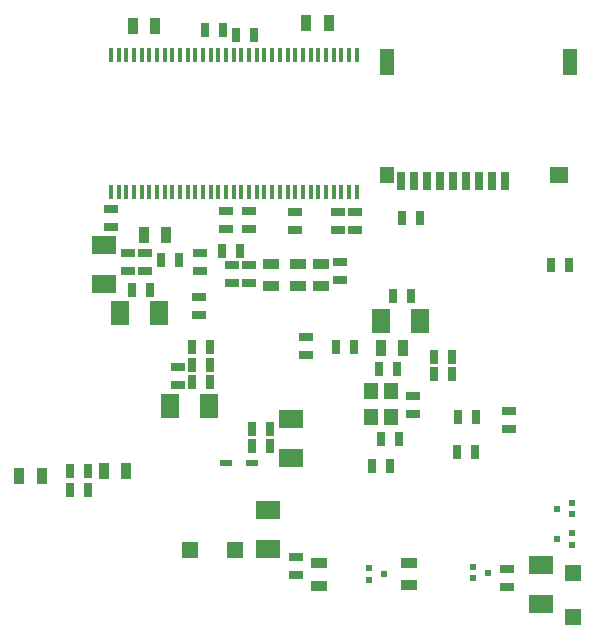
<source format=gbp>
G04 (created by PCBNEW-RS274X (2011-05-31)-stable) date Mon 29 Aug 2011 10:11:36 AM COT*
G01*
G70*
G90*
%MOIN*%
G04 Gerber Fmt 3.4, Leading zero omitted, Abs format*
%FSLAX34Y34*%
G04 APERTURE LIST*
%ADD10C,0.006000*%
%ADD11R,0.055100X0.055100*%
%ADD12R,0.039300X0.023600*%
%ADD13R,0.026000X0.062000*%
%ADD14R,0.062000X0.054000*%
%ADD15R,0.046000X0.086000*%
%ADD16R,0.046000X0.054000*%
%ADD17R,0.055000X0.035000*%
%ADD18R,0.025000X0.045000*%
%ADD19R,0.045000X0.025000*%
%ADD20R,0.060000X0.080000*%
%ADD21R,0.080000X0.060000*%
%ADD22R,0.035000X0.055000*%
%ADD23R,0.023600X0.019600*%
%ADD24R,0.012600X0.046000*%
%ADD25R,0.047200X0.055100*%
G04 APERTURE END LIST*
G54D10*
G54D11*
X51870Y-51720D03*
X53366Y-51720D03*
X64626Y-52488D03*
X64626Y-53984D03*
G54D12*
X53059Y-48839D03*
X53925Y-48839D03*
G54D13*
X62356Y-39449D03*
X61926Y-39449D03*
X61496Y-39449D03*
X61056Y-39449D03*
X60626Y-39449D03*
X60196Y-39449D03*
X59756Y-39449D03*
X59326Y-39449D03*
X58896Y-39449D03*
G54D14*
X64166Y-39249D03*
G54D15*
X64526Y-35469D03*
X58426Y-35469D03*
G54D16*
X58416Y-39249D03*
G54D17*
X54563Y-42192D03*
X54563Y-42942D03*
G54D18*
X64493Y-42244D03*
X63893Y-42244D03*
G54D19*
X62496Y-47706D03*
X62496Y-47106D03*
G54D20*
X51200Y-46921D03*
X52500Y-46921D03*
G54D21*
X55236Y-47385D03*
X55236Y-48685D03*
G54D20*
X50839Y-43835D03*
X49539Y-43835D03*
G54D21*
X49008Y-42867D03*
X49008Y-41567D03*
G54D18*
X53401Y-34567D03*
X54001Y-34567D03*
X52957Y-34390D03*
X52357Y-34390D03*
G54D19*
X49228Y-40369D03*
X49228Y-40969D03*
X56791Y-40452D03*
X56791Y-41052D03*
X57366Y-40452D03*
X57366Y-41052D03*
X53055Y-40448D03*
X53055Y-41048D03*
X53835Y-40448D03*
X53835Y-41048D03*
X55378Y-40452D03*
X55378Y-41052D03*
X55740Y-44625D03*
X55740Y-45225D03*
G54D18*
X50536Y-43067D03*
X49936Y-43067D03*
X47877Y-49724D03*
X48477Y-49724D03*
X47877Y-49087D03*
X48477Y-49087D03*
G54D19*
X51453Y-45642D03*
X51453Y-46242D03*
G54D18*
X51936Y-44961D03*
X52536Y-44961D03*
X51944Y-45556D03*
X52544Y-45556D03*
X51944Y-46143D03*
X52544Y-46143D03*
X53928Y-48272D03*
X54528Y-48272D03*
X53928Y-47697D03*
X54528Y-47697D03*
X58936Y-40657D03*
X59536Y-40657D03*
G54D19*
X52185Y-42446D03*
X52185Y-41846D03*
X53831Y-42831D03*
X53831Y-42231D03*
X53264Y-42831D03*
X53264Y-42231D03*
X50373Y-42419D03*
X50373Y-41819D03*
G54D18*
X51489Y-42055D03*
X50889Y-42055D03*
G54D19*
X49799Y-42419D03*
X49799Y-41819D03*
X52146Y-43302D03*
X52146Y-43902D03*
G54D18*
X52913Y-41756D03*
X53513Y-41756D03*
G54D19*
X56854Y-42745D03*
X56854Y-42145D03*
G54D20*
X58212Y-44091D03*
X59512Y-44091D03*
G54D19*
X59311Y-46586D03*
X59311Y-47186D03*
G54D18*
X58765Y-45717D03*
X58165Y-45717D03*
X57940Y-48929D03*
X58540Y-48929D03*
X60779Y-47287D03*
X61379Y-47287D03*
X59999Y-45307D03*
X60599Y-45307D03*
X60747Y-48469D03*
X61347Y-48469D03*
X59999Y-45878D03*
X60599Y-45878D03*
X57320Y-44969D03*
X56720Y-44969D03*
X58228Y-48031D03*
X58828Y-48031D03*
X58621Y-43264D03*
X59221Y-43264D03*
G54D19*
X62433Y-52961D03*
X62433Y-52361D03*
X55390Y-52556D03*
X55390Y-51956D03*
G54D17*
X59150Y-52153D03*
X59150Y-52903D03*
X56150Y-52184D03*
X56150Y-52934D03*
X56224Y-42946D03*
X56224Y-42196D03*
G54D22*
X58219Y-44988D03*
X58969Y-44988D03*
G54D17*
X55472Y-42946D03*
X55472Y-42196D03*
G54D21*
X63559Y-53540D03*
X63559Y-52240D03*
X54469Y-51709D03*
X54469Y-50409D03*
G54D23*
X61289Y-52685D03*
X61289Y-52293D03*
X61799Y-52489D03*
X57820Y-52728D03*
X57820Y-52336D03*
X58330Y-52532D03*
X64594Y-51178D03*
X64594Y-51570D03*
X64084Y-51374D03*
X64594Y-50158D03*
X64594Y-50550D03*
X64084Y-50354D03*
G54D24*
X57416Y-39800D03*
X57416Y-35220D03*
X57160Y-39800D03*
X57160Y-35220D03*
X56904Y-39800D03*
X56904Y-35220D03*
X56648Y-39800D03*
X56648Y-35220D03*
X56392Y-39800D03*
X56392Y-35220D03*
X56136Y-39800D03*
X56136Y-35220D03*
X55880Y-39800D03*
X55880Y-35220D03*
X55624Y-39800D03*
X55624Y-35220D03*
X55368Y-39800D03*
X55368Y-35220D03*
X55112Y-39800D03*
X55112Y-35220D03*
X54856Y-39800D03*
X54856Y-35220D03*
X54600Y-39800D03*
X54600Y-35220D03*
X54344Y-39800D03*
X54344Y-35220D03*
X54088Y-39800D03*
X54088Y-35220D03*
X53832Y-39800D03*
X53832Y-35220D03*
X53576Y-39800D03*
X53576Y-35220D03*
X53320Y-39800D03*
X53320Y-35220D03*
X53064Y-39800D03*
X53064Y-35220D03*
X52808Y-39800D03*
X52808Y-35220D03*
X52552Y-39800D03*
X52552Y-35220D03*
X52296Y-39800D03*
X52296Y-35220D03*
X52040Y-39800D03*
X52040Y-35220D03*
X51784Y-39800D03*
X51784Y-35220D03*
X51528Y-39800D03*
X51528Y-35220D03*
X51272Y-39800D03*
X51272Y-35220D03*
X51016Y-39800D03*
X51016Y-35220D03*
X50760Y-39800D03*
X50760Y-35220D03*
X50504Y-39800D03*
X50504Y-35220D03*
X50248Y-39800D03*
X50248Y-35220D03*
X49992Y-39800D03*
X49992Y-35220D03*
X49736Y-39800D03*
X49736Y-35220D03*
X49480Y-39800D03*
X49480Y-35220D03*
X49224Y-39800D03*
X49224Y-35220D03*
G54D25*
X57898Y-47299D03*
X57898Y-46433D03*
X58567Y-46433D03*
X58567Y-47299D03*
G54D22*
X48979Y-49087D03*
X49729Y-49087D03*
X51064Y-41240D03*
X50314Y-41240D03*
X50710Y-34260D03*
X49960Y-34260D03*
X46176Y-49280D03*
X46926Y-49280D03*
X55743Y-34181D03*
X56493Y-34181D03*
M02*

</source>
